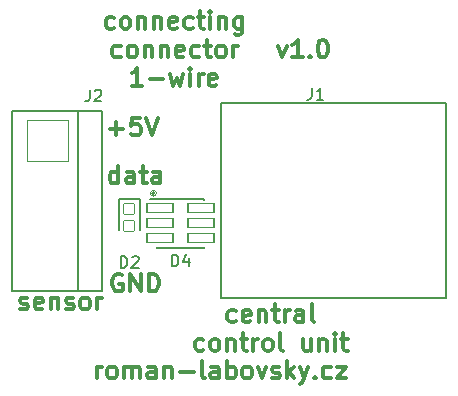
<source format=gto>
G04 #@! TF.GenerationSoftware,KiCad,Pcbnew,7.0.9*
G04 #@! TF.CreationDate,2023-12-23T15:45:12+01:00*
G04 #@! TF.ProjectId,connecting-connector-1-wire,636f6e6e-6563-4746-996e-672d636f6e6e,v1.0*
G04 #@! TF.SameCoordinates,Original*
G04 #@! TF.FileFunction,Legend,Top*
G04 #@! TF.FilePolarity,Positive*
%FSLAX46Y46*%
G04 Gerber Fmt 4.6, Leading zero omitted, Abs format (unit mm)*
G04 Created by KiCad (PCBNEW 7.0.9) date 2023-12-23 15:45:12*
%MOMM*%
%LPD*%
G01*
G04 APERTURE LIST*
G04 Aperture macros list*
%AMRoundRect*
0 Rectangle with rounded corners*
0 $1 Rounding radius*
0 $2 $3 $4 $5 $6 $7 $8 $9 X,Y pos of 4 corners*
0 Add a 4 corners polygon primitive as box body*
4,1,4,$2,$3,$4,$5,$6,$7,$8,$9,$2,$3,0*
0 Add four circle primitives for the rounded corners*
1,1,$1+$1,$2,$3*
1,1,$1+$1,$4,$5*
1,1,$1+$1,$6,$7*
1,1,$1+$1,$8,$9*
0 Add four rect primitives between the rounded corners*
20,1,$1+$1,$2,$3,$4,$5,0*
20,1,$1+$1,$4,$5,$6,$7,0*
20,1,$1+$1,$6,$7,$8,$9,0*
20,1,$1+$1,$8,$9,$2,$3,0*%
G04 Aperture macros list end*
%ADD10C,0.375000*%
%ADD11C,0.160000*%
%ADD12C,0.120000*%
%ADD13C,3.300000*%
%ADD14C,6.102000*%
%ADD15C,3.402000*%
%ADD16C,1.602000*%
%ADD17RoundRect,0.051000X-0.450000X0.450000X-0.450000X-0.450000X0.450000X-0.450000X0.450000X0.450000X0*%
%ADD18RoundRect,0.051000X1.750000X-1.750000X1.750000X1.750000X-1.750000X1.750000X-1.750000X-1.750000X0*%
%ADD19C,3.602000*%
%ADD20RoundRect,0.051000X-1.100000X-0.400000X1.100000X-0.400000X1.100000X0.400000X-1.100000X0.400000X0*%
%ADD21C,0.902000*%
G04 APERTURE END LIST*
D10*
X125049143Y-93866000D02*
X125192000Y-93937428D01*
X125192000Y-93937428D02*
X125477714Y-93937428D01*
X125477714Y-93937428D02*
X125620571Y-93866000D01*
X125620571Y-93866000D02*
X125692000Y-93723142D01*
X125692000Y-93723142D02*
X125692000Y-93651714D01*
X125692000Y-93651714D02*
X125620571Y-93508857D01*
X125620571Y-93508857D02*
X125477714Y-93437428D01*
X125477714Y-93437428D02*
X125263429Y-93437428D01*
X125263429Y-93437428D02*
X125120571Y-93366000D01*
X125120571Y-93366000D02*
X125049143Y-93223142D01*
X125049143Y-93223142D02*
X125049143Y-93151714D01*
X125049143Y-93151714D02*
X125120571Y-93008857D01*
X125120571Y-93008857D02*
X125263429Y-92937428D01*
X125263429Y-92937428D02*
X125477714Y-92937428D01*
X125477714Y-92937428D02*
X125620571Y-93008857D01*
X126906286Y-93866000D02*
X126763429Y-93937428D01*
X126763429Y-93937428D02*
X126477715Y-93937428D01*
X126477715Y-93937428D02*
X126334857Y-93866000D01*
X126334857Y-93866000D02*
X126263429Y-93723142D01*
X126263429Y-93723142D02*
X126263429Y-93151714D01*
X126263429Y-93151714D02*
X126334857Y-93008857D01*
X126334857Y-93008857D02*
X126477715Y-92937428D01*
X126477715Y-92937428D02*
X126763429Y-92937428D01*
X126763429Y-92937428D02*
X126906286Y-93008857D01*
X126906286Y-93008857D02*
X126977715Y-93151714D01*
X126977715Y-93151714D02*
X126977715Y-93294571D01*
X126977715Y-93294571D02*
X126263429Y-93437428D01*
X127620571Y-92937428D02*
X127620571Y-93937428D01*
X127620571Y-93080285D02*
X127692000Y-93008857D01*
X127692000Y-93008857D02*
X127834857Y-92937428D01*
X127834857Y-92937428D02*
X128049143Y-92937428D01*
X128049143Y-92937428D02*
X128192000Y-93008857D01*
X128192000Y-93008857D02*
X128263429Y-93151714D01*
X128263429Y-93151714D02*
X128263429Y-93937428D01*
X128906286Y-93866000D02*
X129049143Y-93937428D01*
X129049143Y-93937428D02*
X129334857Y-93937428D01*
X129334857Y-93937428D02*
X129477714Y-93866000D01*
X129477714Y-93866000D02*
X129549143Y-93723142D01*
X129549143Y-93723142D02*
X129549143Y-93651714D01*
X129549143Y-93651714D02*
X129477714Y-93508857D01*
X129477714Y-93508857D02*
X129334857Y-93437428D01*
X129334857Y-93437428D02*
X129120572Y-93437428D01*
X129120572Y-93437428D02*
X128977714Y-93366000D01*
X128977714Y-93366000D02*
X128906286Y-93223142D01*
X128906286Y-93223142D02*
X128906286Y-93151714D01*
X128906286Y-93151714D02*
X128977714Y-93008857D01*
X128977714Y-93008857D02*
X129120572Y-92937428D01*
X129120572Y-92937428D02*
X129334857Y-92937428D01*
X129334857Y-92937428D02*
X129477714Y-93008857D01*
X130406286Y-93937428D02*
X130263429Y-93866000D01*
X130263429Y-93866000D02*
X130192000Y-93794571D01*
X130192000Y-93794571D02*
X130120572Y-93651714D01*
X130120572Y-93651714D02*
X130120572Y-93223142D01*
X130120572Y-93223142D02*
X130192000Y-93080285D01*
X130192000Y-93080285D02*
X130263429Y-93008857D01*
X130263429Y-93008857D02*
X130406286Y-92937428D01*
X130406286Y-92937428D02*
X130620572Y-92937428D01*
X130620572Y-92937428D02*
X130763429Y-93008857D01*
X130763429Y-93008857D02*
X130834858Y-93080285D01*
X130834858Y-93080285D02*
X130906286Y-93223142D01*
X130906286Y-93223142D02*
X130906286Y-93651714D01*
X130906286Y-93651714D02*
X130834858Y-93794571D01*
X130834858Y-93794571D02*
X130763429Y-93866000D01*
X130763429Y-93866000D02*
X130620572Y-93937428D01*
X130620572Y-93937428D02*
X130406286Y-93937428D01*
X131549143Y-93937428D02*
X131549143Y-92937428D01*
X131549143Y-93223142D02*
X131620572Y-93080285D01*
X131620572Y-93080285D02*
X131692001Y-93008857D01*
X131692001Y-93008857D02*
X131834858Y-92937428D01*
X131834858Y-92937428D02*
X131977715Y-92937428D01*
X133649143Y-90984857D02*
X133506286Y-90913428D01*
X133506286Y-90913428D02*
X133292000Y-90913428D01*
X133292000Y-90913428D02*
X133077714Y-90984857D01*
X133077714Y-90984857D02*
X132934857Y-91127714D01*
X132934857Y-91127714D02*
X132863428Y-91270571D01*
X132863428Y-91270571D02*
X132792000Y-91556285D01*
X132792000Y-91556285D02*
X132792000Y-91770571D01*
X132792000Y-91770571D02*
X132863428Y-92056285D01*
X132863428Y-92056285D02*
X132934857Y-92199142D01*
X132934857Y-92199142D02*
X133077714Y-92342000D01*
X133077714Y-92342000D02*
X133292000Y-92413428D01*
X133292000Y-92413428D02*
X133434857Y-92413428D01*
X133434857Y-92413428D02*
X133649143Y-92342000D01*
X133649143Y-92342000D02*
X133720571Y-92270571D01*
X133720571Y-92270571D02*
X133720571Y-91770571D01*
X133720571Y-91770571D02*
X133434857Y-91770571D01*
X134363428Y-92413428D02*
X134363428Y-90913428D01*
X134363428Y-90913428D02*
X135220571Y-92413428D01*
X135220571Y-92413428D02*
X135220571Y-90913428D01*
X135934857Y-92413428D02*
X135934857Y-90913428D01*
X135934857Y-90913428D02*
X136292000Y-90913428D01*
X136292000Y-90913428D02*
X136506286Y-90984857D01*
X136506286Y-90984857D02*
X136649143Y-91127714D01*
X136649143Y-91127714D02*
X136720572Y-91270571D01*
X136720572Y-91270571D02*
X136792000Y-91556285D01*
X136792000Y-91556285D02*
X136792000Y-91770571D01*
X136792000Y-91770571D02*
X136720572Y-92056285D01*
X136720572Y-92056285D02*
X136649143Y-92199142D01*
X136649143Y-92199142D02*
X136506286Y-92342000D01*
X136506286Y-92342000D02*
X136292000Y-92413428D01*
X136292000Y-92413428D02*
X135934857Y-92413428D01*
X132609428Y-78634000D02*
X133752286Y-78634000D01*
X133180857Y-79205428D02*
X133180857Y-78062571D01*
X135180857Y-77705428D02*
X134466571Y-77705428D01*
X134466571Y-77705428D02*
X134395143Y-78419714D01*
X134395143Y-78419714D02*
X134466571Y-78348285D01*
X134466571Y-78348285D02*
X134609429Y-78276857D01*
X134609429Y-78276857D02*
X134966571Y-78276857D01*
X134966571Y-78276857D02*
X135109429Y-78348285D01*
X135109429Y-78348285D02*
X135180857Y-78419714D01*
X135180857Y-78419714D02*
X135252286Y-78562571D01*
X135252286Y-78562571D02*
X135252286Y-78919714D01*
X135252286Y-78919714D02*
X135180857Y-79062571D01*
X135180857Y-79062571D02*
X135109429Y-79134000D01*
X135109429Y-79134000D02*
X134966571Y-79205428D01*
X134966571Y-79205428D02*
X134609429Y-79205428D01*
X134609429Y-79205428D02*
X134466571Y-79134000D01*
X134466571Y-79134000D02*
X134395143Y-79062571D01*
X135680857Y-77705428D02*
X136180857Y-79205428D01*
X136180857Y-79205428D02*
X136680857Y-77705428D01*
X133327714Y-83269428D02*
X133327714Y-81769428D01*
X133327714Y-83198000D02*
X133184856Y-83269428D01*
X133184856Y-83269428D02*
X132899142Y-83269428D01*
X132899142Y-83269428D02*
X132756285Y-83198000D01*
X132756285Y-83198000D02*
X132684856Y-83126571D01*
X132684856Y-83126571D02*
X132613428Y-82983714D01*
X132613428Y-82983714D02*
X132613428Y-82555142D01*
X132613428Y-82555142D02*
X132684856Y-82412285D01*
X132684856Y-82412285D02*
X132756285Y-82340857D01*
X132756285Y-82340857D02*
X132899142Y-82269428D01*
X132899142Y-82269428D02*
X133184856Y-82269428D01*
X133184856Y-82269428D02*
X133327714Y-82340857D01*
X134684857Y-83269428D02*
X134684857Y-82483714D01*
X134684857Y-82483714D02*
X134613428Y-82340857D01*
X134613428Y-82340857D02*
X134470571Y-82269428D01*
X134470571Y-82269428D02*
X134184857Y-82269428D01*
X134184857Y-82269428D02*
X134041999Y-82340857D01*
X134684857Y-83198000D02*
X134541999Y-83269428D01*
X134541999Y-83269428D02*
X134184857Y-83269428D01*
X134184857Y-83269428D02*
X134041999Y-83198000D01*
X134041999Y-83198000D02*
X133970571Y-83055142D01*
X133970571Y-83055142D02*
X133970571Y-82912285D01*
X133970571Y-82912285D02*
X134041999Y-82769428D01*
X134041999Y-82769428D02*
X134184857Y-82698000D01*
X134184857Y-82698000D02*
X134541999Y-82698000D01*
X134541999Y-82698000D02*
X134684857Y-82626571D01*
X135184857Y-82269428D02*
X135756285Y-82269428D01*
X135399142Y-81769428D02*
X135399142Y-83055142D01*
X135399142Y-83055142D02*
X135470571Y-83198000D01*
X135470571Y-83198000D02*
X135613428Y-83269428D01*
X135613428Y-83269428D02*
X135756285Y-83269428D01*
X136899143Y-83269428D02*
X136899143Y-82483714D01*
X136899143Y-82483714D02*
X136827714Y-82340857D01*
X136827714Y-82340857D02*
X136684857Y-82269428D01*
X136684857Y-82269428D02*
X136399143Y-82269428D01*
X136399143Y-82269428D02*
X136256285Y-82340857D01*
X136899143Y-83198000D02*
X136756285Y-83269428D01*
X136756285Y-83269428D02*
X136399143Y-83269428D01*
X136399143Y-83269428D02*
X136256285Y-83198000D01*
X136256285Y-83198000D02*
X136184857Y-83055142D01*
X136184857Y-83055142D02*
X136184857Y-82912285D01*
X136184857Y-82912285D02*
X136256285Y-82769428D01*
X136256285Y-82769428D02*
X136399143Y-82698000D01*
X136399143Y-82698000D02*
X136756285Y-82698000D01*
X136756285Y-82698000D02*
X136899143Y-82626571D01*
X143293429Y-94944500D02*
X143150571Y-95015928D01*
X143150571Y-95015928D02*
X142864857Y-95015928D01*
X142864857Y-95015928D02*
X142722000Y-94944500D01*
X142722000Y-94944500D02*
X142650571Y-94873071D01*
X142650571Y-94873071D02*
X142579143Y-94730214D01*
X142579143Y-94730214D02*
X142579143Y-94301642D01*
X142579143Y-94301642D02*
X142650571Y-94158785D01*
X142650571Y-94158785D02*
X142722000Y-94087357D01*
X142722000Y-94087357D02*
X142864857Y-94015928D01*
X142864857Y-94015928D02*
X143150571Y-94015928D01*
X143150571Y-94015928D02*
X143293429Y-94087357D01*
X144507714Y-94944500D02*
X144364857Y-95015928D01*
X144364857Y-95015928D02*
X144079143Y-95015928D01*
X144079143Y-95015928D02*
X143936285Y-94944500D01*
X143936285Y-94944500D02*
X143864857Y-94801642D01*
X143864857Y-94801642D02*
X143864857Y-94230214D01*
X143864857Y-94230214D02*
X143936285Y-94087357D01*
X143936285Y-94087357D02*
X144079143Y-94015928D01*
X144079143Y-94015928D02*
X144364857Y-94015928D01*
X144364857Y-94015928D02*
X144507714Y-94087357D01*
X144507714Y-94087357D02*
X144579143Y-94230214D01*
X144579143Y-94230214D02*
X144579143Y-94373071D01*
X144579143Y-94373071D02*
X143864857Y-94515928D01*
X145221999Y-94015928D02*
X145221999Y-95015928D01*
X145221999Y-94158785D02*
X145293428Y-94087357D01*
X145293428Y-94087357D02*
X145436285Y-94015928D01*
X145436285Y-94015928D02*
X145650571Y-94015928D01*
X145650571Y-94015928D02*
X145793428Y-94087357D01*
X145793428Y-94087357D02*
X145864857Y-94230214D01*
X145864857Y-94230214D02*
X145864857Y-95015928D01*
X146364857Y-94015928D02*
X146936285Y-94015928D01*
X146579142Y-93515928D02*
X146579142Y-94801642D01*
X146579142Y-94801642D02*
X146650571Y-94944500D01*
X146650571Y-94944500D02*
X146793428Y-95015928D01*
X146793428Y-95015928D02*
X146936285Y-95015928D01*
X147436285Y-95015928D02*
X147436285Y-94015928D01*
X147436285Y-94301642D02*
X147507714Y-94158785D01*
X147507714Y-94158785D02*
X147579143Y-94087357D01*
X147579143Y-94087357D02*
X147722000Y-94015928D01*
X147722000Y-94015928D02*
X147864857Y-94015928D01*
X149007714Y-95015928D02*
X149007714Y-94230214D01*
X149007714Y-94230214D02*
X148936285Y-94087357D01*
X148936285Y-94087357D02*
X148793428Y-94015928D01*
X148793428Y-94015928D02*
X148507714Y-94015928D01*
X148507714Y-94015928D02*
X148364856Y-94087357D01*
X149007714Y-94944500D02*
X148864856Y-95015928D01*
X148864856Y-95015928D02*
X148507714Y-95015928D01*
X148507714Y-95015928D02*
X148364856Y-94944500D01*
X148364856Y-94944500D02*
X148293428Y-94801642D01*
X148293428Y-94801642D02*
X148293428Y-94658785D01*
X148293428Y-94658785D02*
X148364856Y-94515928D01*
X148364856Y-94515928D02*
X148507714Y-94444500D01*
X148507714Y-94444500D02*
X148864856Y-94444500D01*
X148864856Y-94444500D02*
X149007714Y-94373071D01*
X149936285Y-95015928D02*
X149793428Y-94944500D01*
X149793428Y-94944500D02*
X149721999Y-94801642D01*
X149721999Y-94801642D02*
X149721999Y-93515928D01*
X140543429Y-97359500D02*
X140400571Y-97430928D01*
X140400571Y-97430928D02*
X140114857Y-97430928D01*
X140114857Y-97430928D02*
X139972000Y-97359500D01*
X139972000Y-97359500D02*
X139900571Y-97288071D01*
X139900571Y-97288071D02*
X139829143Y-97145214D01*
X139829143Y-97145214D02*
X139829143Y-96716642D01*
X139829143Y-96716642D02*
X139900571Y-96573785D01*
X139900571Y-96573785D02*
X139972000Y-96502357D01*
X139972000Y-96502357D02*
X140114857Y-96430928D01*
X140114857Y-96430928D02*
X140400571Y-96430928D01*
X140400571Y-96430928D02*
X140543429Y-96502357D01*
X141400571Y-97430928D02*
X141257714Y-97359500D01*
X141257714Y-97359500D02*
X141186285Y-97288071D01*
X141186285Y-97288071D02*
X141114857Y-97145214D01*
X141114857Y-97145214D02*
X141114857Y-96716642D01*
X141114857Y-96716642D02*
X141186285Y-96573785D01*
X141186285Y-96573785D02*
X141257714Y-96502357D01*
X141257714Y-96502357D02*
X141400571Y-96430928D01*
X141400571Y-96430928D02*
X141614857Y-96430928D01*
X141614857Y-96430928D02*
X141757714Y-96502357D01*
X141757714Y-96502357D02*
X141829143Y-96573785D01*
X141829143Y-96573785D02*
X141900571Y-96716642D01*
X141900571Y-96716642D02*
X141900571Y-97145214D01*
X141900571Y-97145214D02*
X141829143Y-97288071D01*
X141829143Y-97288071D02*
X141757714Y-97359500D01*
X141757714Y-97359500D02*
X141614857Y-97430928D01*
X141614857Y-97430928D02*
X141400571Y-97430928D01*
X142543428Y-96430928D02*
X142543428Y-97430928D01*
X142543428Y-96573785D02*
X142614857Y-96502357D01*
X142614857Y-96502357D02*
X142757714Y-96430928D01*
X142757714Y-96430928D02*
X142972000Y-96430928D01*
X142972000Y-96430928D02*
X143114857Y-96502357D01*
X143114857Y-96502357D02*
X143186286Y-96645214D01*
X143186286Y-96645214D02*
X143186286Y-97430928D01*
X143686286Y-96430928D02*
X144257714Y-96430928D01*
X143900571Y-95930928D02*
X143900571Y-97216642D01*
X143900571Y-97216642D02*
X143972000Y-97359500D01*
X143972000Y-97359500D02*
X144114857Y-97430928D01*
X144114857Y-97430928D02*
X144257714Y-97430928D01*
X144757714Y-97430928D02*
X144757714Y-96430928D01*
X144757714Y-96716642D02*
X144829143Y-96573785D01*
X144829143Y-96573785D02*
X144900572Y-96502357D01*
X144900572Y-96502357D02*
X145043429Y-96430928D01*
X145043429Y-96430928D02*
X145186286Y-96430928D01*
X145900571Y-97430928D02*
X145757714Y-97359500D01*
X145757714Y-97359500D02*
X145686285Y-97288071D01*
X145686285Y-97288071D02*
X145614857Y-97145214D01*
X145614857Y-97145214D02*
X145614857Y-96716642D01*
X145614857Y-96716642D02*
X145686285Y-96573785D01*
X145686285Y-96573785D02*
X145757714Y-96502357D01*
X145757714Y-96502357D02*
X145900571Y-96430928D01*
X145900571Y-96430928D02*
X146114857Y-96430928D01*
X146114857Y-96430928D02*
X146257714Y-96502357D01*
X146257714Y-96502357D02*
X146329143Y-96573785D01*
X146329143Y-96573785D02*
X146400571Y-96716642D01*
X146400571Y-96716642D02*
X146400571Y-97145214D01*
X146400571Y-97145214D02*
X146329143Y-97288071D01*
X146329143Y-97288071D02*
X146257714Y-97359500D01*
X146257714Y-97359500D02*
X146114857Y-97430928D01*
X146114857Y-97430928D02*
X145900571Y-97430928D01*
X147257714Y-97430928D02*
X147114857Y-97359500D01*
X147114857Y-97359500D02*
X147043428Y-97216642D01*
X147043428Y-97216642D02*
X147043428Y-95930928D01*
X149614857Y-96430928D02*
X149614857Y-97430928D01*
X148971999Y-96430928D02*
X148971999Y-97216642D01*
X148971999Y-97216642D02*
X149043428Y-97359500D01*
X149043428Y-97359500D02*
X149186285Y-97430928D01*
X149186285Y-97430928D02*
X149400571Y-97430928D01*
X149400571Y-97430928D02*
X149543428Y-97359500D01*
X149543428Y-97359500D02*
X149614857Y-97288071D01*
X150329142Y-96430928D02*
X150329142Y-97430928D01*
X150329142Y-96573785D02*
X150400571Y-96502357D01*
X150400571Y-96502357D02*
X150543428Y-96430928D01*
X150543428Y-96430928D02*
X150757714Y-96430928D01*
X150757714Y-96430928D02*
X150900571Y-96502357D01*
X150900571Y-96502357D02*
X150972000Y-96645214D01*
X150972000Y-96645214D02*
X150972000Y-97430928D01*
X151686285Y-97430928D02*
X151686285Y-96430928D01*
X151686285Y-95930928D02*
X151614857Y-96002357D01*
X151614857Y-96002357D02*
X151686285Y-96073785D01*
X151686285Y-96073785D02*
X151757714Y-96002357D01*
X151757714Y-96002357D02*
X151686285Y-95930928D01*
X151686285Y-95930928D02*
X151686285Y-96073785D01*
X152186286Y-96430928D02*
X152757714Y-96430928D01*
X152400571Y-95930928D02*
X152400571Y-97216642D01*
X152400571Y-97216642D02*
X152472000Y-97359500D01*
X152472000Y-97359500D02*
X152614857Y-97430928D01*
X152614857Y-97430928D02*
X152757714Y-97430928D01*
X146873143Y-71601428D02*
X147230286Y-72601428D01*
X147230286Y-72601428D02*
X147587429Y-71601428D01*
X148944572Y-72601428D02*
X148087429Y-72601428D01*
X148516000Y-72601428D02*
X148516000Y-71101428D01*
X148516000Y-71101428D02*
X148373143Y-71315714D01*
X148373143Y-71315714D02*
X148230286Y-71458571D01*
X148230286Y-71458571D02*
X148087429Y-71530000D01*
X149587428Y-72458571D02*
X149658857Y-72530000D01*
X149658857Y-72530000D02*
X149587428Y-72601428D01*
X149587428Y-72601428D02*
X149516000Y-72530000D01*
X149516000Y-72530000D02*
X149587428Y-72458571D01*
X149587428Y-72458571D02*
X149587428Y-72601428D01*
X150587429Y-71101428D02*
X150730286Y-71101428D01*
X150730286Y-71101428D02*
X150873143Y-71172857D01*
X150873143Y-71172857D02*
X150944572Y-71244285D01*
X150944572Y-71244285D02*
X151016000Y-71387142D01*
X151016000Y-71387142D02*
X151087429Y-71672857D01*
X151087429Y-71672857D02*
X151087429Y-72030000D01*
X151087429Y-72030000D02*
X151016000Y-72315714D01*
X151016000Y-72315714D02*
X150944572Y-72458571D01*
X150944572Y-72458571D02*
X150873143Y-72530000D01*
X150873143Y-72530000D02*
X150730286Y-72601428D01*
X150730286Y-72601428D02*
X150587429Y-72601428D01*
X150587429Y-72601428D02*
X150444572Y-72530000D01*
X150444572Y-72530000D02*
X150373143Y-72458571D01*
X150373143Y-72458571D02*
X150301714Y-72315714D01*
X150301714Y-72315714D02*
X150230286Y-72030000D01*
X150230286Y-72030000D02*
X150230286Y-71672857D01*
X150230286Y-71672857D02*
X150301714Y-71387142D01*
X150301714Y-71387142D02*
X150373143Y-71244285D01*
X150373143Y-71244285D02*
X150444572Y-71172857D01*
X150444572Y-71172857D02*
X150587429Y-71101428D01*
X131566713Y-99779428D02*
X131566713Y-98779428D01*
X131566713Y-99065142D02*
X131638142Y-98922285D01*
X131638142Y-98922285D02*
X131709571Y-98850857D01*
X131709571Y-98850857D02*
X131852428Y-98779428D01*
X131852428Y-98779428D02*
X131995285Y-98779428D01*
X132709570Y-99779428D02*
X132566713Y-99708000D01*
X132566713Y-99708000D02*
X132495284Y-99636571D01*
X132495284Y-99636571D02*
X132423856Y-99493714D01*
X132423856Y-99493714D02*
X132423856Y-99065142D01*
X132423856Y-99065142D02*
X132495284Y-98922285D01*
X132495284Y-98922285D02*
X132566713Y-98850857D01*
X132566713Y-98850857D02*
X132709570Y-98779428D01*
X132709570Y-98779428D02*
X132923856Y-98779428D01*
X132923856Y-98779428D02*
X133066713Y-98850857D01*
X133066713Y-98850857D02*
X133138142Y-98922285D01*
X133138142Y-98922285D02*
X133209570Y-99065142D01*
X133209570Y-99065142D02*
X133209570Y-99493714D01*
X133209570Y-99493714D02*
X133138142Y-99636571D01*
X133138142Y-99636571D02*
X133066713Y-99708000D01*
X133066713Y-99708000D02*
X132923856Y-99779428D01*
X132923856Y-99779428D02*
X132709570Y-99779428D01*
X133852427Y-99779428D02*
X133852427Y-98779428D01*
X133852427Y-98922285D02*
X133923856Y-98850857D01*
X133923856Y-98850857D02*
X134066713Y-98779428D01*
X134066713Y-98779428D02*
X134280999Y-98779428D01*
X134280999Y-98779428D02*
X134423856Y-98850857D01*
X134423856Y-98850857D02*
X134495285Y-98993714D01*
X134495285Y-98993714D02*
X134495285Y-99779428D01*
X134495285Y-98993714D02*
X134566713Y-98850857D01*
X134566713Y-98850857D02*
X134709570Y-98779428D01*
X134709570Y-98779428D02*
X134923856Y-98779428D01*
X134923856Y-98779428D02*
X135066713Y-98850857D01*
X135066713Y-98850857D02*
X135138142Y-98993714D01*
X135138142Y-98993714D02*
X135138142Y-99779428D01*
X136495285Y-99779428D02*
X136495285Y-98993714D01*
X136495285Y-98993714D02*
X136423856Y-98850857D01*
X136423856Y-98850857D02*
X136280999Y-98779428D01*
X136280999Y-98779428D02*
X135995285Y-98779428D01*
X135995285Y-98779428D02*
X135852427Y-98850857D01*
X136495285Y-99708000D02*
X136352427Y-99779428D01*
X136352427Y-99779428D02*
X135995285Y-99779428D01*
X135995285Y-99779428D02*
X135852427Y-99708000D01*
X135852427Y-99708000D02*
X135780999Y-99565142D01*
X135780999Y-99565142D02*
X135780999Y-99422285D01*
X135780999Y-99422285D02*
X135852427Y-99279428D01*
X135852427Y-99279428D02*
X135995285Y-99208000D01*
X135995285Y-99208000D02*
X136352427Y-99208000D01*
X136352427Y-99208000D02*
X136495285Y-99136571D01*
X137209570Y-98779428D02*
X137209570Y-99779428D01*
X137209570Y-98922285D02*
X137280999Y-98850857D01*
X137280999Y-98850857D02*
X137423856Y-98779428D01*
X137423856Y-98779428D02*
X137638142Y-98779428D01*
X137638142Y-98779428D02*
X137780999Y-98850857D01*
X137780999Y-98850857D02*
X137852428Y-98993714D01*
X137852428Y-98993714D02*
X137852428Y-99779428D01*
X138566713Y-99208000D02*
X139709571Y-99208000D01*
X140638142Y-99779428D02*
X140495285Y-99708000D01*
X140495285Y-99708000D02*
X140423856Y-99565142D01*
X140423856Y-99565142D02*
X140423856Y-98279428D01*
X141852428Y-99779428D02*
X141852428Y-98993714D01*
X141852428Y-98993714D02*
X141780999Y-98850857D01*
X141780999Y-98850857D02*
X141638142Y-98779428D01*
X141638142Y-98779428D02*
X141352428Y-98779428D01*
X141352428Y-98779428D02*
X141209570Y-98850857D01*
X141852428Y-99708000D02*
X141709570Y-99779428D01*
X141709570Y-99779428D02*
X141352428Y-99779428D01*
X141352428Y-99779428D02*
X141209570Y-99708000D01*
X141209570Y-99708000D02*
X141138142Y-99565142D01*
X141138142Y-99565142D02*
X141138142Y-99422285D01*
X141138142Y-99422285D02*
X141209570Y-99279428D01*
X141209570Y-99279428D02*
X141352428Y-99208000D01*
X141352428Y-99208000D02*
X141709570Y-99208000D01*
X141709570Y-99208000D02*
X141852428Y-99136571D01*
X142566713Y-99779428D02*
X142566713Y-98279428D01*
X142566713Y-98850857D02*
X142709571Y-98779428D01*
X142709571Y-98779428D02*
X142995285Y-98779428D01*
X142995285Y-98779428D02*
X143138142Y-98850857D01*
X143138142Y-98850857D02*
X143209571Y-98922285D01*
X143209571Y-98922285D02*
X143280999Y-99065142D01*
X143280999Y-99065142D02*
X143280999Y-99493714D01*
X143280999Y-99493714D02*
X143209571Y-99636571D01*
X143209571Y-99636571D02*
X143138142Y-99708000D01*
X143138142Y-99708000D02*
X142995285Y-99779428D01*
X142995285Y-99779428D02*
X142709571Y-99779428D01*
X142709571Y-99779428D02*
X142566713Y-99708000D01*
X144138142Y-99779428D02*
X143995285Y-99708000D01*
X143995285Y-99708000D02*
X143923856Y-99636571D01*
X143923856Y-99636571D02*
X143852428Y-99493714D01*
X143852428Y-99493714D02*
X143852428Y-99065142D01*
X143852428Y-99065142D02*
X143923856Y-98922285D01*
X143923856Y-98922285D02*
X143995285Y-98850857D01*
X143995285Y-98850857D02*
X144138142Y-98779428D01*
X144138142Y-98779428D02*
X144352428Y-98779428D01*
X144352428Y-98779428D02*
X144495285Y-98850857D01*
X144495285Y-98850857D02*
X144566714Y-98922285D01*
X144566714Y-98922285D02*
X144638142Y-99065142D01*
X144638142Y-99065142D02*
X144638142Y-99493714D01*
X144638142Y-99493714D02*
X144566714Y-99636571D01*
X144566714Y-99636571D02*
X144495285Y-99708000D01*
X144495285Y-99708000D02*
X144352428Y-99779428D01*
X144352428Y-99779428D02*
X144138142Y-99779428D01*
X145138142Y-98779428D02*
X145495285Y-99779428D01*
X145495285Y-99779428D02*
X145852428Y-98779428D01*
X146352428Y-99708000D02*
X146495285Y-99779428D01*
X146495285Y-99779428D02*
X146780999Y-99779428D01*
X146780999Y-99779428D02*
X146923856Y-99708000D01*
X146923856Y-99708000D02*
X146995285Y-99565142D01*
X146995285Y-99565142D02*
X146995285Y-99493714D01*
X146995285Y-99493714D02*
X146923856Y-99350857D01*
X146923856Y-99350857D02*
X146780999Y-99279428D01*
X146780999Y-99279428D02*
X146566714Y-99279428D01*
X146566714Y-99279428D02*
X146423856Y-99208000D01*
X146423856Y-99208000D02*
X146352428Y-99065142D01*
X146352428Y-99065142D02*
X146352428Y-98993714D01*
X146352428Y-98993714D02*
X146423856Y-98850857D01*
X146423856Y-98850857D02*
X146566714Y-98779428D01*
X146566714Y-98779428D02*
X146780999Y-98779428D01*
X146780999Y-98779428D02*
X146923856Y-98850857D01*
X147638142Y-99779428D02*
X147638142Y-98279428D01*
X147781000Y-99208000D02*
X148209571Y-99779428D01*
X148209571Y-98779428D02*
X147638142Y-99350857D01*
X148709571Y-98779428D02*
X149066714Y-99779428D01*
X149423857Y-98779428D02*
X149066714Y-99779428D01*
X149066714Y-99779428D02*
X148923857Y-100136571D01*
X148923857Y-100136571D02*
X148852428Y-100208000D01*
X148852428Y-100208000D02*
X148709571Y-100279428D01*
X149995285Y-99636571D02*
X150066714Y-99708000D01*
X150066714Y-99708000D02*
X149995285Y-99779428D01*
X149995285Y-99779428D02*
X149923857Y-99708000D01*
X149923857Y-99708000D02*
X149995285Y-99636571D01*
X149995285Y-99636571D02*
X149995285Y-99779428D01*
X151352429Y-99708000D02*
X151209571Y-99779428D01*
X151209571Y-99779428D02*
X150923857Y-99779428D01*
X150923857Y-99779428D02*
X150781000Y-99708000D01*
X150781000Y-99708000D02*
X150709571Y-99636571D01*
X150709571Y-99636571D02*
X150638143Y-99493714D01*
X150638143Y-99493714D02*
X150638143Y-99065142D01*
X150638143Y-99065142D02*
X150709571Y-98922285D01*
X150709571Y-98922285D02*
X150781000Y-98850857D01*
X150781000Y-98850857D02*
X150923857Y-98779428D01*
X150923857Y-98779428D02*
X151209571Y-98779428D01*
X151209571Y-98779428D02*
X151352429Y-98850857D01*
X151852428Y-98779428D02*
X152638143Y-98779428D01*
X152638143Y-98779428D02*
X151852428Y-99779428D01*
X151852428Y-99779428D02*
X152638143Y-99779428D01*
X132986857Y-70115000D02*
X132843999Y-70186428D01*
X132843999Y-70186428D02*
X132558285Y-70186428D01*
X132558285Y-70186428D02*
X132415428Y-70115000D01*
X132415428Y-70115000D02*
X132343999Y-70043571D01*
X132343999Y-70043571D02*
X132272571Y-69900714D01*
X132272571Y-69900714D02*
X132272571Y-69472142D01*
X132272571Y-69472142D02*
X132343999Y-69329285D01*
X132343999Y-69329285D02*
X132415428Y-69257857D01*
X132415428Y-69257857D02*
X132558285Y-69186428D01*
X132558285Y-69186428D02*
X132843999Y-69186428D01*
X132843999Y-69186428D02*
X132986857Y-69257857D01*
X133843999Y-70186428D02*
X133701142Y-70115000D01*
X133701142Y-70115000D02*
X133629713Y-70043571D01*
X133629713Y-70043571D02*
X133558285Y-69900714D01*
X133558285Y-69900714D02*
X133558285Y-69472142D01*
X133558285Y-69472142D02*
X133629713Y-69329285D01*
X133629713Y-69329285D02*
X133701142Y-69257857D01*
X133701142Y-69257857D02*
X133843999Y-69186428D01*
X133843999Y-69186428D02*
X134058285Y-69186428D01*
X134058285Y-69186428D02*
X134201142Y-69257857D01*
X134201142Y-69257857D02*
X134272571Y-69329285D01*
X134272571Y-69329285D02*
X134343999Y-69472142D01*
X134343999Y-69472142D02*
X134343999Y-69900714D01*
X134343999Y-69900714D02*
X134272571Y-70043571D01*
X134272571Y-70043571D02*
X134201142Y-70115000D01*
X134201142Y-70115000D02*
X134058285Y-70186428D01*
X134058285Y-70186428D02*
X133843999Y-70186428D01*
X134986856Y-69186428D02*
X134986856Y-70186428D01*
X134986856Y-69329285D02*
X135058285Y-69257857D01*
X135058285Y-69257857D02*
X135201142Y-69186428D01*
X135201142Y-69186428D02*
X135415428Y-69186428D01*
X135415428Y-69186428D02*
X135558285Y-69257857D01*
X135558285Y-69257857D02*
X135629714Y-69400714D01*
X135629714Y-69400714D02*
X135629714Y-70186428D01*
X136343999Y-69186428D02*
X136343999Y-70186428D01*
X136343999Y-69329285D02*
X136415428Y-69257857D01*
X136415428Y-69257857D02*
X136558285Y-69186428D01*
X136558285Y-69186428D02*
X136772571Y-69186428D01*
X136772571Y-69186428D02*
X136915428Y-69257857D01*
X136915428Y-69257857D02*
X136986857Y-69400714D01*
X136986857Y-69400714D02*
X136986857Y-70186428D01*
X138272571Y-70115000D02*
X138129714Y-70186428D01*
X138129714Y-70186428D02*
X137844000Y-70186428D01*
X137844000Y-70186428D02*
X137701142Y-70115000D01*
X137701142Y-70115000D02*
X137629714Y-69972142D01*
X137629714Y-69972142D02*
X137629714Y-69400714D01*
X137629714Y-69400714D02*
X137701142Y-69257857D01*
X137701142Y-69257857D02*
X137844000Y-69186428D01*
X137844000Y-69186428D02*
X138129714Y-69186428D01*
X138129714Y-69186428D02*
X138272571Y-69257857D01*
X138272571Y-69257857D02*
X138344000Y-69400714D01*
X138344000Y-69400714D02*
X138344000Y-69543571D01*
X138344000Y-69543571D02*
X137629714Y-69686428D01*
X139629714Y-70115000D02*
X139486856Y-70186428D01*
X139486856Y-70186428D02*
X139201142Y-70186428D01*
X139201142Y-70186428D02*
X139058285Y-70115000D01*
X139058285Y-70115000D02*
X138986856Y-70043571D01*
X138986856Y-70043571D02*
X138915428Y-69900714D01*
X138915428Y-69900714D02*
X138915428Y-69472142D01*
X138915428Y-69472142D02*
X138986856Y-69329285D01*
X138986856Y-69329285D02*
X139058285Y-69257857D01*
X139058285Y-69257857D02*
X139201142Y-69186428D01*
X139201142Y-69186428D02*
X139486856Y-69186428D01*
X139486856Y-69186428D02*
X139629714Y-69257857D01*
X140058285Y-69186428D02*
X140629713Y-69186428D01*
X140272570Y-68686428D02*
X140272570Y-69972142D01*
X140272570Y-69972142D02*
X140343999Y-70115000D01*
X140343999Y-70115000D02*
X140486856Y-70186428D01*
X140486856Y-70186428D02*
X140629713Y-70186428D01*
X141129713Y-70186428D02*
X141129713Y-69186428D01*
X141129713Y-68686428D02*
X141058285Y-68757857D01*
X141058285Y-68757857D02*
X141129713Y-68829285D01*
X141129713Y-68829285D02*
X141201142Y-68757857D01*
X141201142Y-68757857D02*
X141129713Y-68686428D01*
X141129713Y-68686428D02*
X141129713Y-68829285D01*
X141843999Y-69186428D02*
X141843999Y-70186428D01*
X141843999Y-69329285D02*
X141915428Y-69257857D01*
X141915428Y-69257857D02*
X142058285Y-69186428D01*
X142058285Y-69186428D02*
X142272571Y-69186428D01*
X142272571Y-69186428D02*
X142415428Y-69257857D01*
X142415428Y-69257857D02*
X142486857Y-69400714D01*
X142486857Y-69400714D02*
X142486857Y-70186428D01*
X143844000Y-69186428D02*
X143844000Y-70400714D01*
X143844000Y-70400714D02*
X143772571Y-70543571D01*
X143772571Y-70543571D02*
X143701142Y-70615000D01*
X143701142Y-70615000D02*
X143558285Y-70686428D01*
X143558285Y-70686428D02*
X143344000Y-70686428D01*
X143344000Y-70686428D02*
X143201142Y-70615000D01*
X143844000Y-70115000D02*
X143701142Y-70186428D01*
X143701142Y-70186428D02*
X143415428Y-70186428D01*
X143415428Y-70186428D02*
X143272571Y-70115000D01*
X143272571Y-70115000D02*
X143201142Y-70043571D01*
X143201142Y-70043571D02*
X143129714Y-69900714D01*
X143129714Y-69900714D02*
X143129714Y-69472142D01*
X143129714Y-69472142D02*
X143201142Y-69329285D01*
X143201142Y-69329285D02*
X143272571Y-69257857D01*
X143272571Y-69257857D02*
X143415428Y-69186428D01*
X143415428Y-69186428D02*
X143701142Y-69186428D01*
X143701142Y-69186428D02*
X143844000Y-69257857D01*
X133558286Y-72530000D02*
X133415428Y-72601428D01*
X133415428Y-72601428D02*
X133129714Y-72601428D01*
X133129714Y-72601428D02*
X132986857Y-72530000D01*
X132986857Y-72530000D02*
X132915428Y-72458571D01*
X132915428Y-72458571D02*
X132844000Y-72315714D01*
X132844000Y-72315714D02*
X132844000Y-71887142D01*
X132844000Y-71887142D02*
X132915428Y-71744285D01*
X132915428Y-71744285D02*
X132986857Y-71672857D01*
X132986857Y-71672857D02*
X133129714Y-71601428D01*
X133129714Y-71601428D02*
X133415428Y-71601428D01*
X133415428Y-71601428D02*
X133558286Y-71672857D01*
X134415428Y-72601428D02*
X134272571Y-72530000D01*
X134272571Y-72530000D02*
X134201142Y-72458571D01*
X134201142Y-72458571D02*
X134129714Y-72315714D01*
X134129714Y-72315714D02*
X134129714Y-71887142D01*
X134129714Y-71887142D02*
X134201142Y-71744285D01*
X134201142Y-71744285D02*
X134272571Y-71672857D01*
X134272571Y-71672857D02*
X134415428Y-71601428D01*
X134415428Y-71601428D02*
X134629714Y-71601428D01*
X134629714Y-71601428D02*
X134772571Y-71672857D01*
X134772571Y-71672857D02*
X134844000Y-71744285D01*
X134844000Y-71744285D02*
X134915428Y-71887142D01*
X134915428Y-71887142D02*
X134915428Y-72315714D01*
X134915428Y-72315714D02*
X134844000Y-72458571D01*
X134844000Y-72458571D02*
X134772571Y-72530000D01*
X134772571Y-72530000D02*
X134629714Y-72601428D01*
X134629714Y-72601428D02*
X134415428Y-72601428D01*
X135558285Y-71601428D02*
X135558285Y-72601428D01*
X135558285Y-71744285D02*
X135629714Y-71672857D01*
X135629714Y-71672857D02*
X135772571Y-71601428D01*
X135772571Y-71601428D02*
X135986857Y-71601428D01*
X135986857Y-71601428D02*
X136129714Y-71672857D01*
X136129714Y-71672857D02*
X136201143Y-71815714D01*
X136201143Y-71815714D02*
X136201143Y-72601428D01*
X136915428Y-71601428D02*
X136915428Y-72601428D01*
X136915428Y-71744285D02*
X136986857Y-71672857D01*
X136986857Y-71672857D02*
X137129714Y-71601428D01*
X137129714Y-71601428D02*
X137344000Y-71601428D01*
X137344000Y-71601428D02*
X137486857Y-71672857D01*
X137486857Y-71672857D02*
X137558286Y-71815714D01*
X137558286Y-71815714D02*
X137558286Y-72601428D01*
X138844000Y-72530000D02*
X138701143Y-72601428D01*
X138701143Y-72601428D02*
X138415429Y-72601428D01*
X138415429Y-72601428D02*
X138272571Y-72530000D01*
X138272571Y-72530000D02*
X138201143Y-72387142D01*
X138201143Y-72387142D02*
X138201143Y-71815714D01*
X138201143Y-71815714D02*
X138272571Y-71672857D01*
X138272571Y-71672857D02*
X138415429Y-71601428D01*
X138415429Y-71601428D02*
X138701143Y-71601428D01*
X138701143Y-71601428D02*
X138844000Y-71672857D01*
X138844000Y-71672857D02*
X138915429Y-71815714D01*
X138915429Y-71815714D02*
X138915429Y-71958571D01*
X138915429Y-71958571D02*
X138201143Y-72101428D01*
X140201143Y-72530000D02*
X140058285Y-72601428D01*
X140058285Y-72601428D02*
X139772571Y-72601428D01*
X139772571Y-72601428D02*
X139629714Y-72530000D01*
X139629714Y-72530000D02*
X139558285Y-72458571D01*
X139558285Y-72458571D02*
X139486857Y-72315714D01*
X139486857Y-72315714D02*
X139486857Y-71887142D01*
X139486857Y-71887142D02*
X139558285Y-71744285D01*
X139558285Y-71744285D02*
X139629714Y-71672857D01*
X139629714Y-71672857D02*
X139772571Y-71601428D01*
X139772571Y-71601428D02*
X140058285Y-71601428D01*
X140058285Y-71601428D02*
X140201143Y-71672857D01*
X140629714Y-71601428D02*
X141201142Y-71601428D01*
X140843999Y-71101428D02*
X140843999Y-72387142D01*
X140843999Y-72387142D02*
X140915428Y-72530000D01*
X140915428Y-72530000D02*
X141058285Y-72601428D01*
X141058285Y-72601428D02*
X141201142Y-72601428D01*
X141915428Y-72601428D02*
X141772571Y-72530000D01*
X141772571Y-72530000D02*
X141701142Y-72458571D01*
X141701142Y-72458571D02*
X141629714Y-72315714D01*
X141629714Y-72315714D02*
X141629714Y-71887142D01*
X141629714Y-71887142D02*
X141701142Y-71744285D01*
X141701142Y-71744285D02*
X141772571Y-71672857D01*
X141772571Y-71672857D02*
X141915428Y-71601428D01*
X141915428Y-71601428D02*
X142129714Y-71601428D01*
X142129714Y-71601428D02*
X142272571Y-71672857D01*
X142272571Y-71672857D02*
X142344000Y-71744285D01*
X142344000Y-71744285D02*
X142415428Y-71887142D01*
X142415428Y-71887142D02*
X142415428Y-72315714D01*
X142415428Y-72315714D02*
X142344000Y-72458571D01*
X142344000Y-72458571D02*
X142272571Y-72530000D01*
X142272571Y-72530000D02*
X142129714Y-72601428D01*
X142129714Y-72601428D02*
X141915428Y-72601428D01*
X143058285Y-72601428D02*
X143058285Y-71601428D01*
X143058285Y-71887142D02*
X143129714Y-71744285D01*
X143129714Y-71744285D02*
X143201143Y-71672857D01*
X143201143Y-71672857D02*
X143344000Y-71601428D01*
X143344000Y-71601428D02*
X143486857Y-71601428D01*
X135344000Y-75016428D02*
X134486857Y-75016428D01*
X134915428Y-75016428D02*
X134915428Y-73516428D01*
X134915428Y-73516428D02*
X134772571Y-73730714D01*
X134772571Y-73730714D02*
X134629714Y-73873571D01*
X134629714Y-73873571D02*
X134486857Y-73945000D01*
X135986856Y-74445000D02*
X137129714Y-74445000D01*
X137701142Y-74016428D02*
X137986857Y-75016428D01*
X137986857Y-75016428D02*
X138272571Y-74302142D01*
X138272571Y-74302142D02*
X138558285Y-75016428D01*
X138558285Y-75016428D02*
X138843999Y-74016428D01*
X139415428Y-75016428D02*
X139415428Y-74016428D01*
X139415428Y-73516428D02*
X139344000Y-73587857D01*
X139344000Y-73587857D02*
X139415428Y-73659285D01*
X139415428Y-73659285D02*
X139486857Y-73587857D01*
X139486857Y-73587857D02*
X139415428Y-73516428D01*
X139415428Y-73516428D02*
X139415428Y-73659285D01*
X140129714Y-75016428D02*
X140129714Y-74016428D01*
X140129714Y-74302142D02*
X140201143Y-74159285D01*
X140201143Y-74159285D02*
X140272572Y-74087857D01*
X140272572Y-74087857D02*
X140415429Y-74016428D01*
X140415429Y-74016428D02*
X140558286Y-74016428D01*
X141629714Y-74945000D02*
X141486857Y-75016428D01*
X141486857Y-75016428D02*
X141201143Y-75016428D01*
X141201143Y-75016428D02*
X141058285Y-74945000D01*
X141058285Y-74945000D02*
X140986857Y-74802142D01*
X140986857Y-74802142D02*
X140986857Y-74230714D01*
X140986857Y-74230714D02*
X141058285Y-74087857D01*
X141058285Y-74087857D02*
X141201143Y-74016428D01*
X141201143Y-74016428D02*
X141486857Y-74016428D01*
X141486857Y-74016428D02*
X141629714Y-74087857D01*
X141629714Y-74087857D02*
X141701143Y-74230714D01*
X141701143Y-74230714D02*
X141701143Y-74373571D01*
X141701143Y-74373571D02*
X140986857Y-74516428D01*
D11*
X149698666Y-75191299D02*
X149698666Y-75905584D01*
X149698666Y-75905584D02*
X149651047Y-76048441D01*
X149651047Y-76048441D02*
X149555809Y-76143680D01*
X149555809Y-76143680D02*
X149412952Y-76191299D01*
X149412952Y-76191299D02*
X149317714Y-76191299D01*
X150698666Y-76191299D02*
X150127238Y-76191299D01*
X150412952Y-76191299D02*
X150412952Y-75191299D01*
X150412952Y-75191299D02*
X150317714Y-75334156D01*
X150317714Y-75334156D02*
X150222476Y-75429394D01*
X150222476Y-75429394D02*
X150127238Y-75477013D01*
X133545905Y-90415299D02*
X133545905Y-89415299D01*
X133545905Y-89415299D02*
X133784000Y-89415299D01*
X133784000Y-89415299D02*
X133926857Y-89462918D01*
X133926857Y-89462918D02*
X134022095Y-89558156D01*
X134022095Y-89558156D02*
X134069714Y-89653394D01*
X134069714Y-89653394D02*
X134117333Y-89843870D01*
X134117333Y-89843870D02*
X134117333Y-89986727D01*
X134117333Y-89986727D02*
X134069714Y-90177203D01*
X134069714Y-90177203D02*
X134022095Y-90272441D01*
X134022095Y-90272441D02*
X133926857Y-90367680D01*
X133926857Y-90367680D02*
X133784000Y-90415299D01*
X133784000Y-90415299D02*
X133545905Y-90415299D01*
X134498286Y-89510537D02*
X134545905Y-89462918D01*
X134545905Y-89462918D02*
X134641143Y-89415299D01*
X134641143Y-89415299D02*
X134879238Y-89415299D01*
X134879238Y-89415299D02*
X134974476Y-89462918D01*
X134974476Y-89462918D02*
X135022095Y-89510537D01*
X135022095Y-89510537D02*
X135069714Y-89605775D01*
X135069714Y-89605775D02*
X135069714Y-89701013D01*
X135069714Y-89701013D02*
X135022095Y-89843870D01*
X135022095Y-89843870D02*
X134450667Y-90415299D01*
X134450667Y-90415299D02*
X135069714Y-90415299D01*
X130902666Y-75318299D02*
X130902666Y-76032584D01*
X130902666Y-76032584D02*
X130855047Y-76175441D01*
X130855047Y-76175441D02*
X130759809Y-76270680D01*
X130759809Y-76270680D02*
X130616952Y-76318299D01*
X130616952Y-76318299D02*
X130521714Y-76318299D01*
X131331238Y-75413537D02*
X131378857Y-75365918D01*
X131378857Y-75365918D02*
X131474095Y-75318299D01*
X131474095Y-75318299D02*
X131712190Y-75318299D01*
X131712190Y-75318299D02*
X131807428Y-75365918D01*
X131807428Y-75365918D02*
X131855047Y-75413537D01*
X131855047Y-75413537D02*
X131902666Y-75508775D01*
X131902666Y-75508775D02*
X131902666Y-75604013D01*
X131902666Y-75604013D02*
X131855047Y-75746870D01*
X131855047Y-75746870D02*
X131283619Y-76318299D01*
X131283619Y-76318299D02*
X131902666Y-76318299D01*
X137863905Y-90288299D02*
X137863905Y-89288299D01*
X137863905Y-89288299D02*
X138102000Y-89288299D01*
X138102000Y-89288299D02*
X138244857Y-89335918D01*
X138244857Y-89335918D02*
X138340095Y-89431156D01*
X138340095Y-89431156D02*
X138387714Y-89526394D01*
X138387714Y-89526394D02*
X138435333Y-89716870D01*
X138435333Y-89716870D02*
X138435333Y-89859727D01*
X138435333Y-89859727D02*
X138387714Y-90050203D01*
X138387714Y-90050203D02*
X138340095Y-90145441D01*
X138340095Y-90145441D02*
X138244857Y-90240680D01*
X138244857Y-90240680D02*
X138102000Y-90288299D01*
X138102000Y-90288299D02*
X137863905Y-90288299D01*
X139292476Y-89621632D02*
X139292476Y-90288299D01*
X139054381Y-89240680D02*
X138816286Y-89954965D01*
X138816286Y-89954965D02*
X139435333Y-89954965D01*
X142031000Y-93009000D02*
X161081000Y-93009000D01*
X161081000Y-93009000D02*
X161081000Y-76499000D01*
X142031000Y-76499000D02*
X142031000Y-93009000D01*
X161081000Y-76499000D02*
X142031000Y-76499000D01*
X135134000Y-84627000D02*
X133434000Y-84627000D01*
X135134000Y-84627000D02*
X135134000Y-87201000D01*
X133434000Y-84627000D02*
X133434000Y-87201000D01*
X131926000Y-77134000D02*
X124326000Y-77134000D01*
X131926000Y-92374000D02*
X131926000Y-77134000D01*
X131926000Y-92374000D02*
X124326000Y-92374000D01*
X129966000Y-92374000D02*
X129966000Y-77134000D01*
X124326000Y-92374000D02*
X124326000Y-77134000D01*
X136062000Y-84579000D02*
X140592000Y-84579000D01*
X136612000Y-88627500D02*
X136612000Y-88739000D01*
X136612000Y-88739000D02*
X140592000Y-88739000D01*
X140592000Y-84579000D02*
X140592000Y-84690500D01*
X140592000Y-88627500D02*
X140592000Y-88739000D01*
D12*
X136570000Y-84104010D02*
G75*
G03*
X136570000Y-84104010I-254000J0D01*
G01*
X136379500Y-84104010D02*
G75*
G03*
X136379500Y-84104010I-63500J0D01*
G01*
X136457990Y-84104010D02*
G75*
G03*
X136457990Y-84104010I-141990J0D01*
G01*
D13*
X152826000Y-90470000D03*
X152826000Y-79038000D03*
%LPC*%
D14*
X127934000Y-71419000D03*
X156636000Y-71419000D03*
X156636000Y-97327000D03*
X128188000Y-97327000D03*
D15*
X152826000Y-90470000D03*
X152826000Y-79038000D03*
D16*
X146476000Y-89198000D03*
X143936000Y-87928000D03*
X146476000Y-86658000D03*
X143936000Y-85388000D03*
X146476000Y-84118000D03*
X143936000Y-82848000D03*
X146476000Y-81578000D03*
X143936000Y-80308000D03*
D17*
X134284000Y-85426000D03*
X134284000Y-86876000D03*
D18*
X127426000Y-79674000D03*
D19*
X127426000Y-84754000D03*
X127426000Y-89834000D03*
D20*
X136874800Y-85389000D03*
X136874800Y-86659000D03*
X136874800Y-87929000D03*
X140329200Y-87929000D03*
X140329200Y-86659000D03*
X140329200Y-85389000D03*
D21*
X134284000Y-88691000D03*
%LPD*%
M02*

</source>
